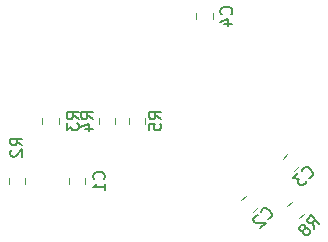
<source format=gbr>
G04 #@! TF.GenerationSoftware,KiCad,Pcbnew,(5.1.8)-1*
G04 #@! TF.CreationDate,2020-11-23T23:50:42+03:00*
G04 #@! TF.ProjectId,HardDuinoTQFP,48617264-4475-4696-9e6f-545146502e6b,rev?*
G04 #@! TF.SameCoordinates,Original*
G04 #@! TF.FileFunction,Legend,Bot*
G04 #@! TF.FilePolarity,Positive*
%FSLAX46Y46*%
G04 Gerber Fmt 4.6, Leading zero omitted, Abs format (unit mm)*
G04 Created by KiCad (PCBNEW (5.1.8)-1) date 2020-11-23 23:50:42*
%MOMM*%
%LPD*%
G01*
G04 APERTURE LIST*
%ADD10C,0.120000*%
%ADD11C,0.150000*%
G04 APERTURE END LIST*
D10*
X101040000Y-69588748D02*
X101040000Y-70111252D01*
X99620000Y-69588748D02*
X99620000Y-70111252D01*
X115252313Y-72441779D02*
X115621779Y-72072313D01*
X114248221Y-71437687D02*
X114617687Y-71068221D01*
X117740721Y-67945187D02*
X118110187Y-67575721D01*
X118744813Y-68949279D02*
X119114279Y-68579813D01*
X111835000Y-56141252D02*
X111835000Y-55618748D01*
X110415000Y-56141252D02*
X110415000Y-55618748D01*
X94540000Y-69588748D02*
X94540000Y-70111252D01*
X95960000Y-69588748D02*
X95960000Y-70111252D01*
X97397500Y-64508748D02*
X97397500Y-65031252D01*
X98817500Y-64508748D02*
X98817500Y-65031252D01*
X103580000Y-64508748D02*
X103580000Y-65031252D01*
X102160000Y-64508748D02*
X102160000Y-65031252D01*
X106120000Y-64508748D02*
X106120000Y-65031252D01*
X104700000Y-64508748D02*
X104700000Y-65031252D01*
X118148005Y-71982903D02*
X118517471Y-71613437D01*
X119152097Y-72986995D02*
X119521563Y-72617529D01*
D11*
X102592142Y-69683333D02*
X102639761Y-69635714D01*
X102687380Y-69492857D01*
X102687380Y-69397619D01*
X102639761Y-69254761D01*
X102544523Y-69159523D01*
X102449285Y-69111904D01*
X102258809Y-69064285D01*
X102115952Y-69064285D01*
X101925476Y-69111904D01*
X101830238Y-69159523D01*
X101735000Y-69254761D01*
X101687380Y-69397619D01*
X101687380Y-69492857D01*
X101735000Y-69635714D01*
X101782619Y-69683333D01*
X102687380Y-70635714D02*
X102687380Y-70064285D01*
X102687380Y-70350000D02*
X101687380Y-70350000D01*
X101830238Y-70254761D01*
X101925476Y-70159523D01*
X101973095Y-70064285D01*
X116472115Y-73056413D02*
X116539458Y-73056413D01*
X116674145Y-72989069D01*
X116741489Y-72921726D01*
X116808832Y-72787038D01*
X116808832Y-72652351D01*
X116775161Y-72551336D01*
X116674145Y-72382977D01*
X116573130Y-72281962D01*
X116404771Y-72180947D01*
X116303756Y-72147275D01*
X116169069Y-72147275D01*
X116034382Y-72214619D01*
X115967038Y-72281962D01*
X115899695Y-72416649D01*
X115899695Y-72483993D01*
X115630321Y-72753367D02*
X115562977Y-72753367D01*
X115461962Y-72787038D01*
X115293603Y-72955397D01*
X115259932Y-73056413D01*
X115259932Y-73123756D01*
X115293603Y-73224771D01*
X115360947Y-73292115D01*
X115495634Y-73359458D01*
X116303756Y-73359458D01*
X115866023Y-73797191D01*
X119964615Y-69563913D02*
X120031958Y-69563913D01*
X120166645Y-69496569D01*
X120233989Y-69429226D01*
X120301332Y-69294538D01*
X120301332Y-69159851D01*
X120267661Y-69058836D01*
X120166645Y-68890477D01*
X120065630Y-68789462D01*
X119897271Y-68688447D01*
X119796256Y-68654775D01*
X119661569Y-68654775D01*
X119526882Y-68722119D01*
X119459538Y-68789462D01*
X119392195Y-68924149D01*
X119392195Y-68991493D01*
X119089149Y-69159851D02*
X118651416Y-69597584D01*
X119156493Y-69631256D01*
X119055477Y-69732271D01*
X119021806Y-69833287D01*
X119021806Y-69900630D01*
X119055477Y-70001645D01*
X119223836Y-70170004D01*
X119324851Y-70203676D01*
X119392195Y-70203676D01*
X119493210Y-70170004D01*
X119695241Y-69967974D01*
X119728913Y-69866958D01*
X119728913Y-69799615D01*
X113387142Y-55713333D02*
X113434761Y-55665714D01*
X113482380Y-55522857D01*
X113482380Y-55427619D01*
X113434761Y-55284761D01*
X113339523Y-55189523D01*
X113244285Y-55141904D01*
X113053809Y-55094285D01*
X112910952Y-55094285D01*
X112720476Y-55141904D01*
X112625238Y-55189523D01*
X112530000Y-55284761D01*
X112482380Y-55427619D01*
X112482380Y-55522857D01*
X112530000Y-55665714D01*
X112577619Y-55713333D01*
X112815714Y-56570476D02*
X113482380Y-56570476D01*
X112434761Y-56332380D02*
X113149047Y-56094285D01*
X113149047Y-56713333D01*
X95702380Y-66825833D02*
X95226190Y-66492500D01*
X95702380Y-66254404D02*
X94702380Y-66254404D01*
X94702380Y-66635357D01*
X94750000Y-66730595D01*
X94797619Y-66778214D01*
X94892857Y-66825833D01*
X95035714Y-66825833D01*
X95130952Y-66778214D01*
X95178571Y-66730595D01*
X95226190Y-66635357D01*
X95226190Y-66254404D01*
X94797619Y-67206785D02*
X94750000Y-67254404D01*
X94702380Y-67349642D01*
X94702380Y-67587738D01*
X94750000Y-67682976D01*
X94797619Y-67730595D01*
X94892857Y-67778214D01*
X94988095Y-67778214D01*
X95130952Y-67730595D01*
X95702380Y-67159166D01*
X95702380Y-67778214D01*
X100464880Y-64603333D02*
X99988690Y-64270000D01*
X100464880Y-64031904D02*
X99464880Y-64031904D01*
X99464880Y-64412857D01*
X99512500Y-64508095D01*
X99560119Y-64555714D01*
X99655357Y-64603333D01*
X99798214Y-64603333D01*
X99893452Y-64555714D01*
X99941071Y-64508095D01*
X99988690Y-64412857D01*
X99988690Y-64031904D01*
X99464880Y-64936666D02*
X99464880Y-65555714D01*
X99845833Y-65222380D01*
X99845833Y-65365238D01*
X99893452Y-65460476D01*
X99941071Y-65508095D01*
X100036309Y-65555714D01*
X100274404Y-65555714D01*
X100369642Y-65508095D01*
X100417261Y-65460476D01*
X100464880Y-65365238D01*
X100464880Y-65079523D01*
X100417261Y-64984285D01*
X100369642Y-64936666D01*
X101672380Y-64603333D02*
X101196190Y-64270000D01*
X101672380Y-64031904D02*
X100672380Y-64031904D01*
X100672380Y-64412857D01*
X100720000Y-64508095D01*
X100767619Y-64555714D01*
X100862857Y-64603333D01*
X101005714Y-64603333D01*
X101100952Y-64555714D01*
X101148571Y-64508095D01*
X101196190Y-64412857D01*
X101196190Y-64031904D01*
X101005714Y-65460476D02*
X101672380Y-65460476D01*
X100624761Y-65222380D02*
X101339047Y-64984285D01*
X101339047Y-65603333D01*
X107449880Y-64603333D02*
X106973690Y-64270000D01*
X107449880Y-64031904D02*
X106449880Y-64031904D01*
X106449880Y-64412857D01*
X106497500Y-64508095D01*
X106545119Y-64555714D01*
X106640357Y-64603333D01*
X106783214Y-64603333D01*
X106878452Y-64555714D01*
X106926071Y-64508095D01*
X106973690Y-64412857D01*
X106973690Y-64031904D01*
X106449880Y-65508095D02*
X106449880Y-65031904D01*
X106926071Y-64984285D01*
X106878452Y-65031904D01*
X106830833Y-65127142D01*
X106830833Y-65365238D01*
X106878452Y-65460476D01*
X106926071Y-65508095D01*
X107021309Y-65555714D01*
X107259404Y-65555714D01*
X107354642Y-65508095D01*
X107402261Y-65460476D01*
X107449880Y-65365238D01*
X107449880Y-65127142D01*
X107402261Y-65031904D01*
X107354642Y-64984285D01*
X120439241Y-73862030D02*
X120338226Y-73289610D01*
X120843302Y-73457969D02*
X120136196Y-72750862D01*
X119866821Y-73020236D01*
X119833150Y-73121251D01*
X119833150Y-73188595D01*
X119866821Y-73289610D01*
X119967837Y-73390625D01*
X120068852Y-73424297D01*
X120136196Y-73424297D01*
X120237211Y-73390625D01*
X120506585Y-73121251D01*
X119631119Y-73862030D02*
X119664791Y-73761015D01*
X119664791Y-73693671D01*
X119631119Y-73592656D01*
X119597447Y-73558984D01*
X119496432Y-73525312D01*
X119429089Y-73525312D01*
X119328073Y-73558984D01*
X119193386Y-73693671D01*
X119159715Y-73794687D01*
X119159715Y-73862030D01*
X119193386Y-73963045D01*
X119227058Y-73996717D01*
X119328073Y-74030389D01*
X119395417Y-74030389D01*
X119496432Y-73996717D01*
X119631119Y-73862030D01*
X119732134Y-73828358D01*
X119799478Y-73828358D01*
X119900493Y-73862030D01*
X120035180Y-73996717D01*
X120068852Y-74097732D01*
X120068852Y-74165076D01*
X120035180Y-74266091D01*
X119900493Y-74400778D01*
X119799478Y-74434450D01*
X119732134Y-74434450D01*
X119631119Y-74400778D01*
X119496432Y-74266091D01*
X119462760Y-74165076D01*
X119462760Y-74097732D01*
X119496432Y-73996717D01*
M02*

</source>
